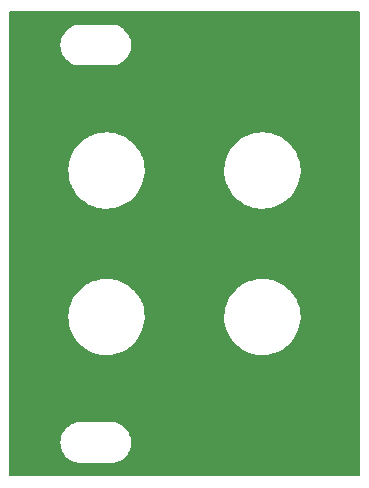
<source format=gbr>
%TF.GenerationSoftware,KiCad,Pcbnew,(6.0.2)*%
%TF.CreationDate,2022-07-09T21:40:46+01:00*%
%TF.ProjectId,front panel,66726f6e-7420-4706-916e-656c2e6b6963,rev?*%
%TF.SameCoordinates,Original*%
%TF.FileFunction,Copper,L2,Bot*%
%TF.FilePolarity,Positive*%
%FSLAX46Y46*%
G04 Gerber Fmt 4.6, Leading zero omitted, Abs format (unit mm)*
G04 Created by KiCad (PCBNEW (6.0.2)) date 2022-07-09 21:40:46*
%MOMM*%
%LPD*%
G01*
G04 APERTURE LIST*
G04 APERTURE END LIST*
%TA.AperFunction,NonConductor*%
G36*
X29815121Y-147002D02*
G01*
X29861614Y-200658D01*
X29873000Y-253000D01*
X29873000Y-39397000D01*
X29852998Y-39465121D01*
X29799342Y-39511614D01*
X29747000Y-39523000D01*
X253000Y-39523000D01*
X184879Y-39502998D01*
X138386Y-39449342D01*
X127000Y-39397000D01*
X127000Y-36650000D01*
X4498589Y-36650000D01*
X4516212Y-36896405D01*
X4517168Y-36900799D01*
X4561629Y-37105182D01*
X4568723Y-37137795D01*
X4570290Y-37141997D01*
X4570292Y-37142003D01*
X4636208Y-37318728D01*
X4655053Y-37369254D01*
X4657207Y-37373198D01*
X4657208Y-37373201D01*
X4751653Y-37546164D01*
X4773444Y-37586071D01*
X4776145Y-37589679D01*
X4918789Y-37780230D01*
X4918795Y-37780237D01*
X4921487Y-37783833D01*
X5096167Y-37958513D01*
X5099763Y-37961205D01*
X5099770Y-37961211D01*
X5219589Y-38050906D01*
X5293929Y-38106556D01*
X5510746Y-38224947D01*
X5514958Y-38226518D01*
X5737997Y-38309708D01*
X5738003Y-38309710D01*
X5742205Y-38311277D01*
X5746591Y-38312231D01*
X5746594Y-38312232D01*
X5889602Y-38343341D01*
X5983595Y-38363788D01*
X6229649Y-38381386D01*
X6230000Y-38381480D01*
X6246018Y-38377188D01*
X6261887Y-38377187D01*
X6263308Y-38377000D01*
X8736692Y-38377000D01*
X8738113Y-38377187D01*
X8753982Y-38377188D01*
X8770000Y-38381480D01*
X8770351Y-38381386D01*
X8788852Y-38380063D01*
X8788853Y-38380063D01*
X9011917Y-38364109D01*
X9016405Y-38363788D01*
X9110398Y-38343341D01*
X9253406Y-38312232D01*
X9253409Y-38312231D01*
X9257795Y-38311277D01*
X9261997Y-38309710D01*
X9262003Y-38309708D01*
X9485042Y-38226518D01*
X9489254Y-38224947D01*
X9706071Y-38106556D01*
X9780411Y-38050906D01*
X9900230Y-37961211D01*
X9900237Y-37961205D01*
X9903833Y-37958513D01*
X10078513Y-37783833D01*
X10081205Y-37780237D01*
X10081211Y-37780230D01*
X10223855Y-37589679D01*
X10226556Y-37586071D01*
X10248347Y-37546164D01*
X10342792Y-37373201D01*
X10342793Y-37373198D01*
X10344947Y-37369254D01*
X10363792Y-37318728D01*
X10429708Y-37142003D01*
X10429710Y-37141997D01*
X10431277Y-37137795D01*
X10438372Y-37105182D01*
X10482832Y-36900799D01*
X10483788Y-36896405D01*
X10501411Y-36650000D01*
X10483788Y-36403595D01*
X10463341Y-36309602D01*
X10432232Y-36166594D01*
X10432231Y-36166591D01*
X10431277Y-36162205D01*
X10429710Y-36158003D01*
X10429708Y-36157997D01*
X10346518Y-35934958D01*
X10344947Y-35930746D01*
X10264923Y-35784192D01*
X10228715Y-35717883D01*
X10226556Y-35713929D01*
X10147582Y-35608432D01*
X10081211Y-35519770D01*
X10081205Y-35519763D01*
X10078513Y-35516167D01*
X9903833Y-35341487D01*
X9900237Y-35338795D01*
X9900230Y-35338789D01*
X9709679Y-35196145D01*
X9709680Y-35196145D01*
X9706071Y-35193444D01*
X9489254Y-35075053D01*
X9485042Y-35073482D01*
X9262003Y-34990292D01*
X9261997Y-34990290D01*
X9257795Y-34988723D01*
X9253409Y-34987769D01*
X9253406Y-34987768D01*
X9110398Y-34956659D01*
X9016405Y-34936212D01*
X8770351Y-34918614D01*
X8770000Y-34918520D01*
X8753982Y-34922812D01*
X8738113Y-34922813D01*
X8736692Y-34923000D01*
X6263308Y-34923000D01*
X6261887Y-34922813D01*
X6246018Y-34922812D01*
X6230000Y-34918520D01*
X6229649Y-34918614D01*
X6211148Y-34919937D01*
X6211147Y-34919937D01*
X5988083Y-34935891D01*
X5983595Y-34936212D01*
X5889602Y-34956659D01*
X5746594Y-34987768D01*
X5746591Y-34987769D01*
X5742205Y-34988723D01*
X5738003Y-34990290D01*
X5737997Y-34990292D01*
X5514958Y-35073482D01*
X5510746Y-35075053D01*
X5293929Y-35193444D01*
X5290320Y-35196145D01*
X5290321Y-35196145D01*
X5099770Y-35338789D01*
X5099763Y-35338795D01*
X5096167Y-35341487D01*
X4921487Y-35516167D01*
X4918795Y-35519763D01*
X4918789Y-35519770D01*
X4852418Y-35608432D01*
X4773444Y-35713929D01*
X4771285Y-35717883D01*
X4735078Y-35784192D01*
X4655053Y-35930746D01*
X4653482Y-35934958D01*
X4570292Y-36157997D01*
X4570290Y-36158003D01*
X4568723Y-36162205D01*
X4567769Y-36166591D01*
X4567768Y-36166594D01*
X4536659Y-36309602D01*
X4516212Y-36403595D01*
X4498589Y-36650000D01*
X127000Y-36650000D01*
X127000Y-25974873D01*
X5168230Y-25974873D01*
X5183340Y-26335396D01*
X5238544Y-26691988D01*
X5333152Y-27040205D01*
X5465986Y-27375705D01*
X5467632Y-27378801D01*
X5467634Y-27378805D01*
X5633741Y-27691206D01*
X5635390Y-27694307D01*
X5637375Y-27697206D01*
X5837262Y-27989134D01*
X5837267Y-27989140D01*
X5839253Y-27992041D01*
X6075033Y-28265195D01*
X6339791Y-28510364D01*
X6630229Y-28724493D01*
X6633266Y-28726247D01*
X6633270Y-28726249D01*
X6798992Y-28821929D01*
X6942725Y-28904913D01*
X6945946Y-28906320D01*
X7270164Y-29047968D01*
X7270174Y-29047972D01*
X7273386Y-29049375D01*
X7276743Y-29050414D01*
X7276748Y-29050416D01*
X7614728Y-29155038D01*
X7618088Y-29156078D01*
X7621544Y-29156737D01*
X7621543Y-29156737D01*
X7969085Y-29223035D01*
X7969091Y-29223036D01*
X7972536Y-29223693D01*
X8211187Y-29242056D01*
X8328815Y-29251107D01*
X8328816Y-29251107D01*
X8332312Y-29251376D01*
X8557744Y-29243504D01*
X8689417Y-29238906D01*
X8689422Y-29238906D01*
X8692932Y-29238783D01*
X8871416Y-29212427D01*
X9046422Y-29186584D01*
X9046427Y-29186583D01*
X9049901Y-29186070D01*
X9053293Y-29185174D01*
X9053297Y-29185173D01*
X9395378Y-29094792D01*
X9395379Y-29094792D01*
X9398769Y-29093896D01*
X9735189Y-28963407D01*
X10054966Y-28796231D01*
X10354116Y-28594452D01*
X10628909Y-28360585D01*
X10657246Y-28330409D01*
X10873510Y-28100112D01*
X10873514Y-28100107D01*
X10875921Y-28097544D01*
X10878026Y-28094730D01*
X10878032Y-28094723D01*
X11089963Y-27811428D01*
X11092072Y-27808609D01*
X11274669Y-27497379D01*
X11421436Y-27167736D01*
X11530543Y-26823787D01*
X11600631Y-26469819D01*
X11630825Y-26110245D01*
X11632085Y-26020000D01*
X11629760Y-25978400D01*
X11629563Y-25974873D01*
X18368230Y-25974873D01*
X18383340Y-26335396D01*
X18438544Y-26691988D01*
X18533152Y-27040205D01*
X18665986Y-27375705D01*
X18667632Y-27378801D01*
X18667634Y-27378805D01*
X18833741Y-27691206D01*
X18835390Y-27694307D01*
X18837375Y-27697206D01*
X19037262Y-27989134D01*
X19037267Y-27989140D01*
X19039253Y-27992041D01*
X19275033Y-28265195D01*
X19539791Y-28510364D01*
X19830229Y-28724493D01*
X19833266Y-28726247D01*
X19833270Y-28726249D01*
X19998992Y-28821929D01*
X20142725Y-28904913D01*
X20145946Y-28906320D01*
X20470164Y-29047968D01*
X20470174Y-29047972D01*
X20473386Y-29049375D01*
X20476743Y-29050414D01*
X20476748Y-29050416D01*
X20814728Y-29155038D01*
X20818088Y-29156078D01*
X20821544Y-29156737D01*
X20821543Y-29156737D01*
X21169085Y-29223035D01*
X21169091Y-29223036D01*
X21172536Y-29223693D01*
X21411187Y-29242056D01*
X21528815Y-29251107D01*
X21528816Y-29251107D01*
X21532312Y-29251376D01*
X21757744Y-29243504D01*
X21889417Y-29238906D01*
X21889422Y-29238906D01*
X21892932Y-29238783D01*
X22071416Y-29212427D01*
X22246422Y-29186584D01*
X22246427Y-29186583D01*
X22249901Y-29186070D01*
X22253293Y-29185174D01*
X22253297Y-29185173D01*
X22595378Y-29094792D01*
X22595379Y-29094792D01*
X22598769Y-29093896D01*
X22935189Y-28963407D01*
X23254966Y-28796231D01*
X23554116Y-28594452D01*
X23828909Y-28360585D01*
X23857246Y-28330409D01*
X24073510Y-28100112D01*
X24073514Y-28100107D01*
X24075921Y-28097544D01*
X24078026Y-28094730D01*
X24078032Y-28094723D01*
X24289963Y-27811428D01*
X24292072Y-27808609D01*
X24474669Y-27497379D01*
X24621436Y-27167736D01*
X24730543Y-26823787D01*
X24800631Y-26469819D01*
X24830825Y-26110245D01*
X24832085Y-26020000D01*
X24829760Y-25978400D01*
X24812138Y-25663232D01*
X24811942Y-25659723D01*
X24751766Y-25303936D01*
X24652305Y-24957075D01*
X24545563Y-24698100D01*
X24516137Y-24626707D01*
X24516133Y-24626700D01*
X24514799Y-24623462D01*
X24340964Y-24307256D01*
X24316250Y-24272221D01*
X24134995Y-24015277D01*
X24134994Y-24015276D01*
X24132964Y-24012398D01*
X24010273Y-23874207D01*
X23895726Y-23745189D01*
X23895720Y-23745183D01*
X23893393Y-23742562D01*
X23860967Y-23713365D01*
X23627857Y-23503472D01*
X23627856Y-23503471D01*
X23625237Y-23501113D01*
X23526286Y-23430271D01*
X23334705Y-23293112D01*
X23334698Y-23293108D01*
X23331838Y-23291060D01*
X23016853Y-23115021D01*
X22684208Y-22975190D01*
X22680839Y-22974199D01*
X22680835Y-22974197D01*
X22527957Y-22929203D01*
X22338049Y-22873310D01*
X21982692Y-22810651D01*
X21979183Y-22810430D01*
X21979181Y-22810430D01*
X21626082Y-22788215D01*
X21626076Y-22788215D01*
X21622564Y-22787994D01*
X21520496Y-22792986D01*
X21265662Y-22805449D01*
X21265653Y-22805450D01*
X21262155Y-22805621D01*
X21258687Y-22806183D01*
X21258684Y-22806183D01*
X20909432Y-22862749D01*
X20909429Y-22862750D01*
X20905957Y-22863312D01*
X20902570Y-22864258D01*
X20902564Y-22864259D01*
X20615774Y-22944333D01*
X20558410Y-22960349D01*
X20518304Y-22976553D01*
X20227109Y-23094203D01*
X20227105Y-23094205D01*
X20223845Y-23095522D01*
X20220758Y-23097191D01*
X20220754Y-23097193D01*
X20190303Y-23113658D01*
X19906433Y-23267146D01*
X19610130Y-23473082D01*
X19607488Y-23475395D01*
X19607484Y-23475398D01*
X19575416Y-23503472D01*
X19338629Y-23710764D01*
X19095314Y-23977228D01*
X18883217Y-24269153D01*
X18704983Y-24582901D01*
X18562834Y-24914562D01*
X18458539Y-25260001D01*
X18393401Y-25614912D01*
X18371604Y-25926616D01*
X18368230Y-25974873D01*
X11629563Y-25974873D01*
X11612138Y-25663232D01*
X11611942Y-25659723D01*
X11551766Y-25303936D01*
X11452305Y-24957075D01*
X11345563Y-24698100D01*
X11316137Y-24626707D01*
X11316133Y-24626700D01*
X11314799Y-24623462D01*
X11140964Y-24307256D01*
X11116250Y-24272221D01*
X10934995Y-24015277D01*
X10934994Y-24015276D01*
X10932964Y-24012398D01*
X10810273Y-23874207D01*
X10695726Y-23745189D01*
X10695720Y-23745183D01*
X10693393Y-23742562D01*
X10660967Y-23713365D01*
X10427857Y-23503472D01*
X10427856Y-23503471D01*
X10425237Y-23501113D01*
X10326286Y-23430271D01*
X10134705Y-23293112D01*
X10134698Y-23293108D01*
X10131838Y-23291060D01*
X9816853Y-23115021D01*
X9484208Y-22975190D01*
X9480839Y-22974199D01*
X9480835Y-22974197D01*
X9327957Y-22929203D01*
X9138049Y-22873310D01*
X8782692Y-22810651D01*
X8779183Y-22810430D01*
X8779181Y-22810430D01*
X8426082Y-22788215D01*
X8426076Y-22788215D01*
X8422564Y-22787994D01*
X8320496Y-22792986D01*
X8065662Y-22805449D01*
X8065653Y-22805450D01*
X8062155Y-22805621D01*
X8058687Y-22806183D01*
X8058684Y-22806183D01*
X7709432Y-22862749D01*
X7709429Y-22862750D01*
X7705957Y-22863312D01*
X7702570Y-22864258D01*
X7702564Y-22864259D01*
X7415774Y-22944333D01*
X7358410Y-22960349D01*
X7318304Y-22976553D01*
X7027109Y-23094203D01*
X7027105Y-23094205D01*
X7023845Y-23095522D01*
X7020758Y-23097191D01*
X7020754Y-23097193D01*
X6990303Y-23113658D01*
X6706433Y-23267146D01*
X6410130Y-23473082D01*
X6407488Y-23475395D01*
X6407484Y-23475398D01*
X6375416Y-23503472D01*
X6138629Y-23710764D01*
X5895314Y-23977228D01*
X5683217Y-24269153D01*
X5504983Y-24582901D01*
X5362834Y-24914562D01*
X5258539Y-25260001D01*
X5193401Y-25614912D01*
X5171604Y-25926616D01*
X5168230Y-25974873D01*
X127000Y-25974873D01*
X127000Y-13579873D01*
X5168230Y-13579873D01*
X5183340Y-13940396D01*
X5238544Y-14296988D01*
X5333152Y-14645205D01*
X5465986Y-14980705D01*
X5467632Y-14983801D01*
X5467634Y-14983805D01*
X5633741Y-15296206D01*
X5635390Y-15299307D01*
X5637375Y-15302206D01*
X5837262Y-15594134D01*
X5837267Y-15594140D01*
X5839253Y-15597041D01*
X6075033Y-15870195D01*
X6339791Y-16115364D01*
X6630229Y-16329493D01*
X6633266Y-16331247D01*
X6633270Y-16331249D01*
X6798992Y-16426929D01*
X6942725Y-16509913D01*
X6945946Y-16511320D01*
X7270164Y-16652968D01*
X7270174Y-16652972D01*
X7273386Y-16654375D01*
X7276743Y-16655414D01*
X7276748Y-16655416D01*
X7614728Y-16760038D01*
X7618088Y-16761078D01*
X7621544Y-16761737D01*
X7621543Y-16761737D01*
X7969085Y-16828035D01*
X7969091Y-16828036D01*
X7972536Y-16828693D01*
X8211187Y-16847056D01*
X8328815Y-16856107D01*
X8328816Y-16856107D01*
X8332312Y-16856376D01*
X8557744Y-16848504D01*
X8689417Y-16843906D01*
X8689422Y-16843906D01*
X8692932Y-16843783D01*
X8871417Y-16817426D01*
X9046422Y-16791584D01*
X9046427Y-16791583D01*
X9049901Y-16791070D01*
X9053293Y-16790174D01*
X9053297Y-16790173D01*
X9395378Y-16699792D01*
X9395379Y-16699792D01*
X9398769Y-16698896D01*
X9735189Y-16568407D01*
X10054966Y-16401231D01*
X10354116Y-16199452D01*
X10628909Y-15965585D01*
X10657246Y-15935409D01*
X10873510Y-15705112D01*
X10873514Y-15705107D01*
X10875921Y-15702544D01*
X10878026Y-15699730D01*
X10878032Y-15699723D01*
X11089963Y-15416428D01*
X11092072Y-15413609D01*
X11274669Y-15102379D01*
X11421436Y-14772736D01*
X11530543Y-14428787D01*
X11600631Y-14074819D01*
X11630825Y-13715245D01*
X11632085Y-13625000D01*
X11629760Y-13583400D01*
X11629563Y-13579873D01*
X18368230Y-13579873D01*
X18383340Y-13940396D01*
X18438544Y-14296988D01*
X18533152Y-14645205D01*
X18665986Y-14980705D01*
X18667632Y-14983801D01*
X18667634Y-14983805D01*
X18833741Y-15296206D01*
X18835390Y-15299307D01*
X18837375Y-15302206D01*
X19037262Y-15594134D01*
X19037267Y-15594140D01*
X19039253Y-15597041D01*
X19275033Y-15870195D01*
X19539791Y-16115364D01*
X19830229Y-16329493D01*
X19833266Y-16331247D01*
X19833270Y-16331249D01*
X19998992Y-16426929D01*
X20142725Y-16509913D01*
X20145946Y-16511320D01*
X20470164Y-16652968D01*
X20470174Y-16652972D01*
X20473386Y-16654375D01*
X20476743Y-16655414D01*
X20476748Y-16655416D01*
X20814728Y-16760038D01*
X20818088Y-16761078D01*
X20821544Y-16761737D01*
X20821543Y-16761737D01*
X21169085Y-16828035D01*
X21169091Y-16828036D01*
X21172536Y-16828693D01*
X21411187Y-16847056D01*
X21528815Y-16856107D01*
X21528816Y-16856107D01*
X21532312Y-16856376D01*
X21757744Y-16848504D01*
X21889417Y-16843906D01*
X21889422Y-16843906D01*
X21892932Y-16843783D01*
X22071416Y-16817427D01*
X22246422Y-16791584D01*
X22246427Y-16791583D01*
X22249901Y-16791070D01*
X22253293Y-16790174D01*
X22253297Y-16790173D01*
X22595378Y-16699792D01*
X22595379Y-16699792D01*
X22598769Y-16698896D01*
X22935189Y-16568407D01*
X23254966Y-16401231D01*
X23554116Y-16199452D01*
X23828909Y-15965585D01*
X23857246Y-15935409D01*
X24073510Y-15705112D01*
X24073514Y-15705107D01*
X24075921Y-15702544D01*
X24078026Y-15699730D01*
X24078032Y-15699723D01*
X24289963Y-15416428D01*
X24292072Y-15413609D01*
X24474669Y-15102379D01*
X24621436Y-14772736D01*
X24730543Y-14428787D01*
X24800631Y-14074819D01*
X24830825Y-13715245D01*
X24832085Y-13625000D01*
X24829760Y-13583400D01*
X24812138Y-13268232D01*
X24811942Y-13264723D01*
X24751766Y-12908936D01*
X24652305Y-12562075D01*
X24545563Y-12303100D01*
X24516137Y-12231707D01*
X24516133Y-12231700D01*
X24514799Y-12228462D01*
X24340964Y-11912256D01*
X24316250Y-11877221D01*
X24134995Y-11620277D01*
X24134994Y-11620276D01*
X24132964Y-11617398D01*
X24010273Y-11479207D01*
X23895726Y-11350189D01*
X23895720Y-11350183D01*
X23893393Y-11347562D01*
X23860967Y-11318365D01*
X23627857Y-11108472D01*
X23627856Y-11108471D01*
X23625237Y-11106113D01*
X23526286Y-11035271D01*
X23334705Y-10898112D01*
X23334698Y-10898108D01*
X23331838Y-10896060D01*
X23016853Y-10720021D01*
X22684208Y-10580190D01*
X22680839Y-10579199D01*
X22680835Y-10579197D01*
X22527957Y-10534203D01*
X22338049Y-10478310D01*
X21982692Y-10415651D01*
X21979183Y-10415430D01*
X21979181Y-10415430D01*
X21626082Y-10393215D01*
X21626076Y-10393215D01*
X21622564Y-10392994D01*
X21520496Y-10397986D01*
X21265662Y-10410449D01*
X21265653Y-10410450D01*
X21262155Y-10410621D01*
X21258687Y-10411183D01*
X21258684Y-10411183D01*
X20909432Y-10467749D01*
X20909429Y-10467750D01*
X20905957Y-10468312D01*
X20902570Y-10469258D01*
X20902564Y-10469259D01*
X20615774Y-10549333D01*
X20558410Y-10565349D01*
X20518304Y-10581553D01*
X20227109Y-10699203D01*
X20227105Y-10699205D01*
X20223845Y-10700522D01*
X20220758Y-10702191D01*
X20220754Y-10702193D01*
X20190303Y-10718658D01*
X19906433Y-10872146D01*
X19610130Y-11078082D01*
X19607488Y-11080395D01*
X19607484Y-11080398D01*
X19575416Y-11108472D01*
X19338629Y-11315764D01*
X19095314Y-11582228D01*
X18883217Y-11874153D01*
X18704983Y-12187901D01*
X18562834Y-12519562D01*
X18458539Y-12865001D01*
X18393401Y-13219912D01*
X18371604Y-13531616D01*
X18368230Y-13579873D01*
X11629563Y-13579873D01*
X11612138Y-13268232D01*
X11611942Y-13264723D01*
X11551766Y-12908936D01*
X11452305Y-12562075D01*
X11345563Y-12303100D01*
X11316137Y-12231707D01*
X11316133Y-12231700D01*
X11314799Y-12228462D01*
X11140964Y-11912256D01*
X11116250Y-11877221D01*
X10934995Y-11620277D01*
X10934994Y-11620276D01*
X10932964Y-11617398D01*
X10810273Y-11479207D01*
X10695726Y-11350189D01*
X10695720Y-11350183D01*
X10693393Y-11347562D01*
X10660967Y-11318365D01*
X10427857Y-11108472D01*
X10427856Y-11108471D01*
X10425237Y-11106113D01*
X10326286Y-11035271D01*
X10134705Y-10898112D01*
X10134698Y-10898108D01*
X10131838Y-10896060D01*
X9816853Y-10720021D01*
X9484208Y-10580190D01*
X9480839Y-10579199D01*
X9480835Y-10579197D01*
X9327957Y-10534203D01*
X9138049Y-10478310D01*
X8782692Y-10415651D01*
X8779183Y-10415430D01*
X8779181Y-10415430D01*
X8426082Y-10393215D01*
X8426076Y-10393215D01*
X8422564Y-10392994D01*
X8320496Y-10397986D01*
X8065662Y-10410449D01*
X8065653Y-10410450D01*
X8062155Y-10410621D01*
X8058687Y-10411183D01*
X8058684Y-10411183D01*
X7709432Y-10467749D01*
X7709429Y-10467750D01*
X7705957Y-10468312D01*
X7702570Y-10469258D01*
X7702564Y-10469259D01*
X7415774Y-10549333D01*
X7358410Y-10565349D01*
X7318304Y-10581553D01*
X7027109Y-10699203D01*
X7027105Y-10699205D01*
X7023845Y-10700522D01*
X7020758Y-10702191D01*
X7020754Y-10702193D01*
X6990303Y-10718658D01*
X6706433Y-10872146D01*
X6410130Y-11078082D01*
X6407488Y-11080395D01*
X6407484Y-11080398D01*
X6375416Y-11108472D01*
X6138629Y-11315764D01*
X5895314Y-11582228D01*
X5683217Y-11874153D01*
X5504983Y-12187901D01*
X5362834Y-12519562D01*
X5258539Y-12865001D01*
X5193401Y-13219912D01*
X5171604Y-13531616D01*
X5168230Y-13579873D01*
X127000Y-13579873D01*
X127000Y-3000000D01*
X4498589Y-3000000D01*
X4516212Y-3246405D01*
X4517168Y-3250799D01*
X4561629Y-3455182D01*
X4568723Y-3487795D01*
X4570290Y-3491997D01*
X4570292Y-3492003D01*
X4636208Y-3668728D01*
X4655053Y-3719254D01*
X4657207Y-3723198D01*
X4657208Y-3723201D01*
X4751653Y-3896164D01*
X4773444Y-3936071D01*
X4776145Y-3939679D01*
X4918789Y-4130230D01*
X4918795Y-4130237D01*
X4921487Y-4133833D01*
X5096167Y-4308513D01*
X5099763Y-4311205D01*
X5099770Y-4311211D01*
X5219589Y-4400906D01*
X5293929Y-4456556D01*
X5510746Y-4574947D01*
X5514958Y-4576518D01*
X5737997Y-4659708D01*
X5738003Y-4659710D01*
X5742205Y-4661277D01*
X5746591Y-4662231D01*
X5746594Y-4662232D01*
X5889602Y-4693341D01*
X5983595Y-4713788D01*
X6229649Y-4731386D01*
X6230000Y-4731480D01*
X6246018Y-4727188D01*
X6261887Y-4727187D01*
X6263308Y-4727000D01*
X8736692Y-4727000D01*
X8738113Y-4727187D01*
X8753982Y-4727188D01*
X8770000Y-4731480D01*
X8770351Y-4731386D01*
X8788852Y-4730063D01*
X8788853Y-4730063D01*
X9011917Y-4714109D01*
X9016405Y-4713788D01*
X9110398Y-4693341D01*
X9253406Y-4662232D01*
X9253409Y-4662231D01*
X9257795Y-4661277D01*
X9261997Y-4659710D01*
X9262003Y-4659708D01*
X9485042Y-4576518D01*
X9489254Y-4574947D01*
X9706071Y-4456556D01*
X9780411Y-4400906D01*
X9900230Y-4311211D01*
X9900237Y-4311205D01*
X9903833Y-4308513D01*
X10078513Y-4133833D01*
X10081205Y-4130237D01*
X10081211Y-4130230D01*
X10223855Y-3939679D01*
X10226556Y-3936071D01*
X10248347Y-3896164D01*
X10342792Y-3723201D01*
X10342793Y-3723198D01*
X10344947Y-3719254D01*
X10363792Y-3668728D01*
X10429708Y-3492003D01*
X10429710Y-3491997D01*
X10431277Y-3487795D01*
X10438372Y-3455182D01*
X10482832Y-3250799D01*
X10483788Y-3246405D01*
X10501411Y-3000000D01*
X10483788Y-2753595D01*
X10463341Y-2659602D01*
X10432232Y-2516594D01*
X10432231Y-2516591D01*
X10431277Y-2512205D01*
X10429710Y-2508003D01*
X10429708Y-2507997D01*
X10346518Y-2284958D01*
X10344947Y-2280746D01*
X10264923Y-2134192D01*
X10228715Y-2067883D01*
X10226556Y-2063929D01*
X10147582Y-1958432D01*
X10081211Y-1869770D01*
X10081205Y-1869763D01*
X10078513Y-1866167D01*
X9903833Y-1691487D01*
X9900237Y-1688795D01*
X9900230Y-1688789D01*
X9709679Y-1546145D01*
X9709680Y-1546145D01*
X9706071Y-1543444D01*
X9489254Y-1425053D01*
X9485042Y-1423482D01*
X9262003Y-1340292D01*
X9261997Y-1340290D01*
X9257795Y-1338723D01*
X9253409Y-1337769D01*
X9253406Y-1337768D01*
X9110398Y-1306659D01*
X9016405Y-1286212D01*
X8770351Y-1268614D01*
X8770000Y-1268520D01*
X8753982Y-1272812D01*
X8738113Y-1272813D01*
X8736692Y-1273000D01*
X6263308Y-1273000D01*
X6261887Y-1272813D01*
X6246018Y-1272812D01*
X6230000Y-1268520D01*
X6229649Y-1268614D01*
X6211148Y-1269937D01*
X6211147Y-1269937D01*
X5988083Y-1285891D01*
X5983595Y-1286212D01*
X5889602Y-1306659D01*
X5746594Y-1337768D01*
X5746591Y-1337769D01*
X5742205Y-1338723D01*
X5738003Y-1340290D01*
X5737997Y-1340292D01*
X5514958Y-1423482D01*
X5510746Y-1425053D01*
X5293929Y-1543444D01*
X5290320Y-1546145D01*
X5290321Y-1546145D01*
X5099770Y-1688789D01*
X5099763Y-1688795D01*
X5096167Y-1691487D01*
X4921487Y-1866167D01*
X4918795Y-1869763D01*
X4918789Y-1869770D01*
X4852418Y-1958432D01*
X4773444Y-2063929D01*
X4771285Y-2067883D01*
X4735078Y-2134192D01*
X4655053Y-2280746D01*
X4653482Y-2284958D01*
X4570292Y-2507997D01*
X4570290Y-2508003D01*
X4568723Y-2512205D01*
X4567769Y-2516591D01*
X4567768Y-2516594D01*
X4536659Y-2659602D01*
X4516212Y-2753595D01*
X4498589Y-3000000D01*
X127000Y-3000000D01*
X127000Y-253000D01*
X147002Y-184879D01*
X200658Y-138386D01*
X253000Y-127000D01*
X29747000Y-127000D01*
X29815121Y-147002D01*
G37*
%TD.AperFunction*%
M02*

</source>
